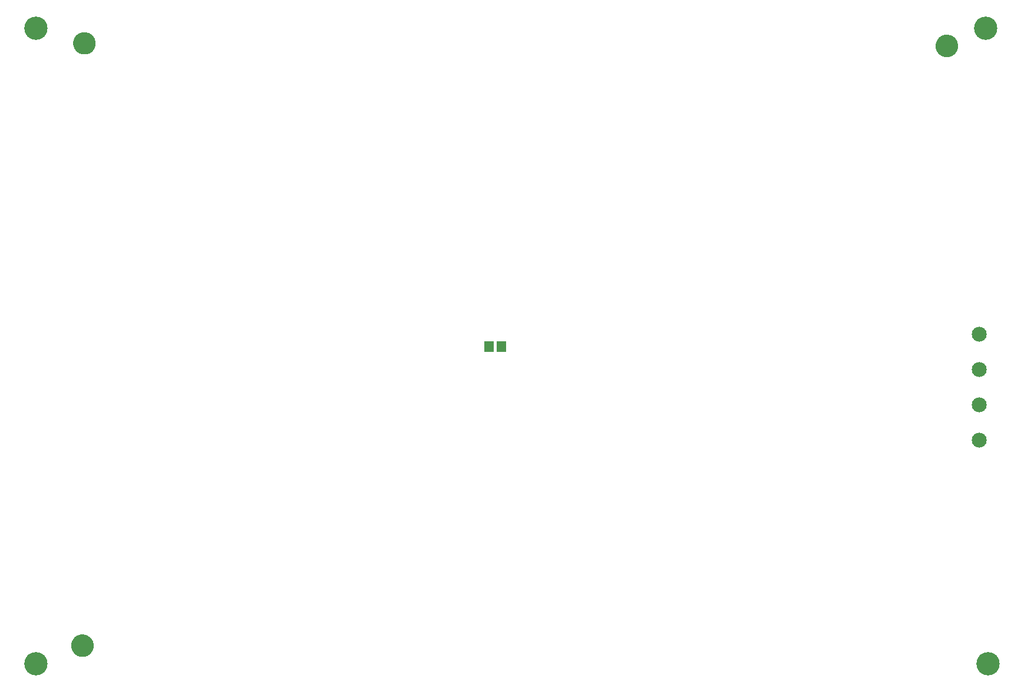
<source format=gbs>
G75*
%MOIN*%
%OFA0B0*%
%FSLAX25Y25*%
%IPPOS*%
%LPD*%
%AMOC8*
5,1,8,0,0,1.08239X$1,22.5*
%
%ADD10C,0.13198*%
%ADD11C,0.08600*%
%ADD12C,0.04600*%
%ADD13C,0.08474*%
%ADD14R,0.05250X0.06025*%
D10*
X0049831Y0048863D03*
X0049831Y0409020D03*
X0587154Y0409020D03*
X0588335Y0048863D03*
D11*
X0074122Y0059178D02*
X0074124Y0059266D01*
X0074130Y0059354D01*
X0074140Y0059442D01*
X0074154Y0059530D01*
X0074171Y0059616D01*
X0074193Y0059702D01*
X0074218Y0059786D01*
X0074248Y0059870D01*
X0074280Y0059952D01*
X0074317Y0060032D01*
X0074357Y0060111D01*
X0074401Y0060188D01*
X0074448Y0060263D01*
X0074498Y0060335D01*
X0074552Y0060406D01*
X0074608Y0060473D01*
X0074668Y0060539D01*
X0074730Y0060601D01*
X0074796Y0060661D01*
X0074863Y0060717D01*
X0074934Y0060771D01*
X0075006Y0060821D01*
X0075081Y0060868D01*
X0075158Y0060912D01*
X0075237Y0060952D01*
X0075317Y0060989D01*
X0075399Y0061021D01*
X0075483Y0061051D01*
X0075567Y0061076D01*
X0075653Y0061098D01*
X0075739Y0061115D01*
X0075827Y0061129D01*
X0075915Y0061139D01*
X0076003Y0061145D01*
X0076091Y0061147D01*
X0076179Y0061145D01*
X0076267Y0061139D01*
X0076355Y0061129D01*
X0076443Y0061115D01*
X0076529Y0061098D01*
X0076615Y0061076D01*
X0076699Y0061051D01*
X0076783Y0061021D01*
X0076865Y0060989D01*
X0076945Y0060952D01*
X0077024Y0060912D01*
X0077101Y0060868D01*
X0077176Y0060821D01*
X0077248Y0060771D01*
X0077319Y0060717D01*
X0077386Y0060661D01*
X0077452Y0060601D01*
X0077514Y0060539D01*
X0077574Y0060473D01*
X0077630Y0060406D01*
X0077684Y0060335D01*
X0077734Y0060263D01*
X0077781Y0060188D01*
X0077825Y0060111D01*
X0077865Y0060032D01*
X0077902Y0059952D01*
X0077934Y0059870D01*
X0077964Y0059786D01*
X0077989Y0059702D01*
X0078011Y0059616D01*
X0078028Y0059530D01*
X0078042Y0059442D01*
X0078052Y0059354D01*
X0078058Y0059266D01*
X0078060Y0059178D01*
X0078058Y0059090D01*
X0078052Y0059002D01*
X0078042Y0058914D01*
X0078028Y0058826D01*
X0078011Y0058740D01*
X0077989Y0058654D01*
X0077964Y0058570D01*
X0077934Y0058486D01*
X0077902Y0058404D01*
X0077865Y0058324D01*
X0077825Y0058245D01*
X0077781Y0058168D01*
X0077734Y0058093D01*
X0077684Y0058021D01*
X0077630Y0057950D01*
X0077574Y0057883D01*
X0077514Y0057817D01*
X0077452Y0057755D01*
X0077386Y0057695D01*
X0077319Y0057639D01*
X0077248Y0057585D01*
X0077176Y0057535D01*
X0077101Y0057488D01*
X0077024Y0057444D01*
X0076945Y0057404D01*
X0076865Y0057367D01*
X0076783Y0057335D01*
X0076699Y0057305D01*
X0076615Y0057280D01*
X0076529Y0057258D01*
X0076443Y0057241D01*
X0076355Y0057227D01*
X0076267Y0057217D01*
X0076179Y0057211D01*
X0076091Y0057209D01*
X0076003Y0057211D01*
X0075915Y0057217D01*
X0075827Y0057227D01*
X0075739Y0057241D01*
X0075653Y0057258D01*
X0075567Y0057280D01*
X0075483Y0057305D01*
X0075399Y0057335D01*
X0075317Y0057367D01*
X0075237Y0057404D01*
X0075158Y0057444D01*
X0075081Y0057488D01*
X0075006Y0057535D01*
X0074934Y0057585D01*
X0074863Y0057639D01*
X0074796Y0057695D01*
X0074730Y0057755D01*
X0074668Y0057817D01*
X0074608Y0057883D01*
X0074552Y0057950D01*
X0074498Y0058021D01*
X0074448Y0058093D01*
X0074401Y0058168D01*
X0074357Y0058245D01*
X0074317Y0058324D01*
X0074280Y0058404D01*
X0074248Y0058486D01*
X0074218Y0058570D01*
X0074193Y0058654D01*
X0074171Y0058740D01*
X0074154Y0058826D01*
X0074140Y0058914D01*
X0074130Y0059002D01*
X0074124Y0059090D01*
X0074122Y0059178D01*
X0075264Y0400398D02*
X0075266Y0400486D01*
X0075272Y0400574D01*
X0075282Y0400662D01*
X0075296Y0400750D01*
X0075313Y0400836D01*
X0075335Y0400922D01*
X0075360Y0401006D01*
X0075390Y0401090D01*
X0075422Y0401172D01*
X0075459Y0401252D01*
X0075499Y0401331D01*
X0075543Y0401408D01*
X0075590Y0401483D01*
X0075640Y0401555D01*
X0075694Y0401626D01*
X0075750Y0401693D01*
X0075810Y0401759D01*
X0075872Y0401821D01*
X0075938Y0401881D01*
X0076005Y0401937D01*
X0076076Y0401991D01*
X0076148Y0402041D01*
X0076223Y0402088D01*
X0076300Y0402132D01*
X0076379Y0402172D01*
X0076459Y0402209D01*
X0076541Y0402241D01*
X0076625Y0402271D01*
X0076709Y0402296D01*
X0076795Y0402318D01*
X0076881Y0402335D01*
X0076969Y0402349D01*
X0077057Y0402359D01*
X0077145Y0402365D01*
X0077233Y0402367D01*
X0077321Y0402365D01*
X0077409Y0402359D01*
X0077497Y0402349D01*
X0077585Y0402335D01*
X0077671Y0402318D01*
X0077757Y0402296D01*
X0077841Y0402271D01*
X0077925Y0402241D01*
X0078007Y0402209D01*
X0078087Y0402172D01*
X0078166Y0402132D01*
X0078243Y0402088D01*
X0078318Y0402041D01*
X0078390Y0401991D01*
X0078461Y0401937D01*
X0078528Y0401881D01*
X0078594Y0401821D01*
X0078656Y0401759D01*
X0078716Y0401693D01*
X0078772Y0401626D01*
X0078826Y0401555D01*
X0078876Y0401483D01*
X0078923Y0401408D01*
X0078967Y0401331D01*
X0079007Y0401252D01*
X0079044Y0401172D01*
X0079076Y0401090D01*
X0079106Y0401006D01*
X0079131Y0400922D01*
X0079153Y0400836D01*
X0079170Y0400750D01*
X0079184Y0400662D01*
X0079194Y0400574D01*
X0079200Y0400486D01*
X0079202Y0400398D01*
X0079200Y0400310D01*
X0079194Y0400222D01*
X0079184Y0400134D01*
X0079170Y0400046D01*
X0079153Y0399960D01*
X0079131Y0399874D01*
X0079106Y0399790D01*
X0079076Y0399706D01*
X0079044Y0399624D01*
X0079007Y0399544D01*
X0078967Y0399465D01*
X0078923Y0399388D01*
X0078876Y0399313D01*
X0078826Y0399241D01*
X0078772Y0399170D01*
X0078716Y0399103D01*
X0078656Y0399037D01*
X0078594Y0398975D01*
X0078528Y0398915D01*
X0078461Y0398859D01*
X0078390Y0398805D01*
X0078318Y0398755D01*
X0078243Y0398708D01*
X0078166Y0398664D01*
X0078087Y0398624D01*
X0078007Y0398587D01*
X0077925Y0398555D01*
X0077841Y0398525D01*
X0077757Y0398500D01*
X0077671Y0398478D01*
X0077585Y0398461D01*
X0077497Y0398447D01*
X0077409Y0398437D01*
X0077321Y0398431D01*
X0077233Y0398429D01*
X0077145Y0398431D01*
X0077057Y0398437D01*
X0076969Y0398447D01*
X0076881Y0398461D01*
X0076795Y0398478D01*
X0076709Y0398500D01*
X0076625Y0398525D01*
X0076541Y0398555D01*
X0076459Y0398587D01*
X0076379Y0398624D01*
X0076300Y0398664D01*
X0076223Y0398708D01*
X0076148Y0398755D01*
X0076076Y0398805D01*
X0076005Y0398859D01*
X0075938Y0398915D01*
X0075872Y0398975D01*
X0075810Y0399037D01*
X0075750Y0399103D01*
X0075694Y0399170D01*
X0075640Y0399241D01*
X0075590Y0399313D01*
X0075543Y0399388D01*
X0075499Y0399465D01*
X0075459Y0399544D01*
X0075422Y0399624D01*
X0075390Y0399706D01*
X0075360Y0399790D01*
X0075335Y0399874D01*
X0075313Y0399960D01*
X0075296Y0400046D01*
X0075282Y0400134D01*
X0075272Y0400222D01*
X0075266Y0400310D01*
X0075264Y0400398D01*
X0563177Y0398902D02*
X0563179Y0398990D01*
X0563185Y0399078D01*
X0563195Y0399166D01*
X0563209Y0399254D01*
X0563226Y0399340D01*
X0563248Y0399426D01*
X0563273Y0399510D01*
X0563303Y0399594D01*
X0563335Y0399676D01*
X0563372Y0399756D01*
X0563412Y0399835D01*
X0563456Y0399912D01*
X0563503Y0399987D01*
X0563553Y0400059D01*
X0563607Y0400130D01*
X0563663Y0400197D01*
X0563723Y0400263D01*
X0563785Y0400325D01*
X0563851Y0400385D01*
X0563918Y0400441D01*
X0563989Y0400495D01*
X0564061Y0400545D01*
X0564136Y0400592D01*
X0564213Y0400636D01*
X0564292Y0400676D01*
X0564372Y0400713D01*
X0564454Y0400745D01*
X0564538Y0400775D01*
X0564622Y0400800D01*
X0564708Y0400822D01*
X0564794Y0400839D01*
X0564882Y0400853D01*
X0564970Y0400863D01*
X0565058Y0400869D01*
X0565146Y0400871D01*
X0565234Y0400869D01*
X0565322Y0400863D01*
X0565410Y0400853D01*
X0565498Y0400839D01*
X0565584Y0400822D01*
X0565670Y0400800D01*
X0565754Y0400775D01*
X0565838Y0400745D01*
X0565920Y0400713D01*
X0566000Y0400676D01*
X0566079Y0400636D01*
X0566156Y0400592D01*
X0566231Y0400545D01*
X0566303Y0400495D01*
X0566374Y0400441D01*
X0566441Y0400385D01*
X0566507Y0400325D01*
X0566569Y0400263D01*
X0566629Y0400197D01*
X0566685Y0400130D01*
X0566739Y0400059D01*
X0566789Y0399987D01*
X0566836Y0399912D01*
X0566880Y0399835D01*
X0566920Y0399756D01*
X0566957Y0399676D01*
X0566989Y0399594D01*
X0567019Y0399510D01*
X0567044Y0399426D01*
X0567066Y0399340D01*
X0567083Y0399254D01*
X0567097Y0399166D01*
X0567107Y0399078D01*
X0567113Y0398990D01*
X0567115Y0398902D01*
X0567113Y0398814D01*
X0567107Y0398726D01*
X0567097Y0398638D01*
X0567083Y0398550D01*
X0567066Y0398464D01*
X0567044Y0398378D01*
X0567019Y0398294D01*
X0566989Y0398210D01*
X0566957Y0398128D01*
X0566920Y0398048D01*
X0566880Y0397969D01*
X0566836Y0397892D01*
X0566789Y0397817D01*
X0566739Y0397745D01*
X0566685Y0397674D01*
X0566629Y0397607D01*
X0566569Y0397541D01*
X0566507Y0397479D01*
X0566441Y0397419D01*
X0566374Y0397363D01*
X0566303Y0397309D01*
X0566231Y0397259D01*
X0566156Y0397212D01*
X0566079Y0397168D01*
X0566000Y0397128D01*
X0565920Y0397091D01*
X0565838Y0397059D01*
X0565754Y0397029D01*
X0565670Y0397004D01*
X0565584Y0396982D01*
X0565498Y0396965D01*
X0565410Y0396951D01*
X0565322Y0396941D01*
X0565234Y0396935D01*
X0565146Y0396933D01*
X0565058Y0396935D01*
X0564970Y0396941D01*
X0564882Y0396951D01*
X0564794Y0396965D01*
X0564708Y0396982D01*
X0564622Y0397004D01*
X0564538Y0397029D01*
X0564454Y0397059D01*
X0564372Y0397091D01*
X0564292Y0397128D01*
X0564213Y0397168D01*
X0564136Y0397212D01*
X0564061Y0397259D01*
X0563989Y0397309D01*
X0563918Y0397363D01*
X0563851Y0397419D01*
X0563785Y0397479D01*
X0563723Y0397541D01*
X0563663Y0397607D01*
X0563607Y0397674D01*
X0563553Y0397745D01*
X0563503Y0397817D01*
X0563456Y0397892D01*
X0563412Y0397969D01*
X0563372Y0398048D01*
X0563335Y0398128D01*
X0563303Y0398210D01*
X0563273Y0398294D01*
X0563248Y0398378D01*
X0563226Y0398464D01*
X0563209Y0398550D01*
X0563195Y0398638D01*
X0563185Y0398726D01*
X0563179Y0398814D01*
X0563177Y0398902D01*
D12*
X0565146Y0398902D03*
X0077233Y0400398D03*
X0076091Y0059178D03*
D13*
X0583513Y0175670D03*
X0583513Y0195670D03*
X0583513Y0215670D03*
X0583513Y0235670D03*
D14*
X0313042Y0228469D03*
X0305955Y0228469D03*
M02*

</source>
